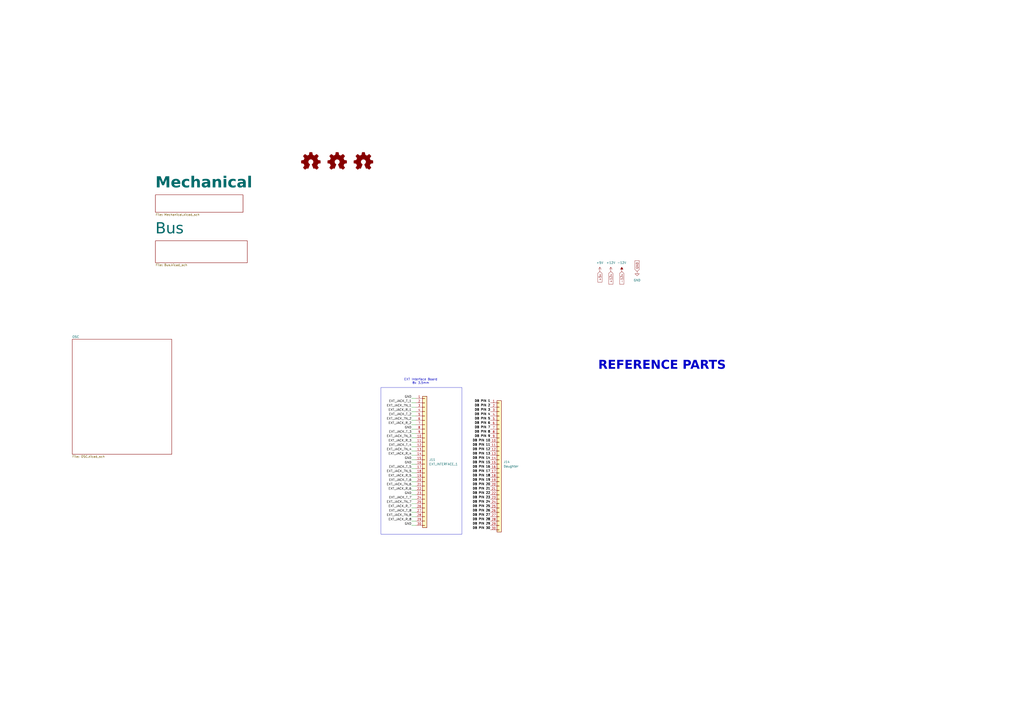
<source format=kicad_sch>
(kicad_sch (version 20231120) (generator "eeschema") (generator_version "8.0")
  (paper "A2")
  (title_block (title "Audio Thing Template") (date "2024-11-13") (rev "1.0") (company "velvia-fifty") (comment 1 "https://github.com/velvia-fifty/AudioThings") (comment 2 "You should have changed this already :)") (comment 4 "Stay humble"))
  (lib_symbols
    (symbol "Connector_Generic:Conn_01x30" (pin_names (offset 1.016) hide)
      (property "Reference" "J" (at 0 38.1 0))
      (property "Value" "Conn_01x30" (at 0 -40.64 0))
      (symbol "Conn_01x30_1_1"
        (rectangle (start -1.27 -37.973) (end 0 -38.227) (stroke (width 0.1524)))
        (rectangle (start -1.27 -35.433) (end 0 -35.687) (stroke (width 0.1524)))
        (rectangle (start -1.27 -32.893) (end 0 -33.147) (stroke (width 0.1524)))
        (rectangle (start -1.27 -30.353) (end 0 -30.607) (stroke (width 0.1524)))
        (rectangle (start -1.27 -27.813) (end 0 -28.067) (stroke (width 0.1524)))
        (rectangle (start -1.27 -25.273) (end 0 -25.527) (stroke (width 0.1524)))
        (rectangle (start -1.27 -22.733) (end 0 -22.987) (stroke (width 0.1524)))
        (rectangle (start -1.27 -20.193) (end 0 -20.447) (stroke (width 0.1524)))
        (rectangle (start -1.27 -17.653) (end 0 -17.907) (stroke (width 0.1524)))
        (rectangle (start -1.27 -15.113) (end 0 -15.367) (stroke (width 0.1524)))
        (rectangle (start -1.27 -12.573) (end 0 -12.827) (stroke (width 0.1524)))
        (rectangle (start -1.27 -10.033) (end 0 -10.287) (stroke (width 0.1524)))
        (rectangle (start -1.27 -7.493) (end 0 -7.747) (stroke (width 0.1524)))
        (rectangle (start -1.27 -4.953) (end 0 -5.207) (stroke (width 0.1524)))
        (rectangle (start -1.27 -2.413) (end 0 -2.667) (stroke (width 0.1524)))
        (rectangle (start -1.27 0.127) (end 0 -0.127) (stroke (width 0.1524)))
        (rectangle (start -1.27 2.667) (end 0 2.413) (stroke (width 0.1524)))
        (rectangle (start -1.27 5.207) (end 0 4.953) (stroke (width 0.1524)))
        (rectangle (start -1.27 7.747) (end 0 7.493) (stroke (width 0.1524)))
        (rectangle (start -1.27 10.287) (end 0 10.033) (stroke (width 0.1524)))
        (rectangle (start -1.27 12.827) (end 0 12.573) (stroke (width 0.1524)))
        (rectangle (start -1.27 15.367) (end 0 15.113) (stroke (width 0.1524)))
        (rectangle (start -1.27 17.907) (end 0 17.653) (stroke (width 0.1524)))
        (rectangle (start -1.27 20.447) (end 0 20.193) (stroke (width 0.1524)))
        (rectangle (start -1.27 22.987) (end 0 22.733) (stroke (width 0.1524)))
        (rectangle (start -1.27 25.527) (end 0 25.273) (stroke (width 0.1524)))
        (rectangle (start -1.27 28.067) (end 0 27.813) (stroke (width 0.1524)))
        (rectangle (start -1.27 30.607) (end 0 30.353) (stroke (width 0.1524)))
        (rectangle (start -1.27 33.147) (end 0 32.893) (stroke (width 0.1524)))
        (rectangle (start -1.27 35.687) (end 0 35.433) (stroke (width 0.1524)))
        (rectangle (start -1.27 36.83) (end 1.27 -39.37) (stroke (width 0.254)) (fill (type background)))
        (pin passive line (at -5.08 35.56 0) (length 3.81) (name "Pin_1") (number "1"))
        (pin passive line (at -5.08 12.7 0) (length 3.81) (name "Pin_10") (number "10"))
        (pin passive line (at -5.08 10.16 0) (length 3.81) (name "Pin_11") (number "11"))
        (pin passive line (at -5.08 7.62 0) (length 3.81) (name "Pin_12") (number "12"))
        (pin passive line (at -5.08 5.08 0) (length 3.81) (name "Pin_13") (number "13"))
        (pin passive line (at -5.08 2.54 0) (length 3.81) (name "Pin_14") (number "14"))
        (pin passive line (at -5.08 0 0) (length 3.81) (name "Pin_15") (number "15"))
        (pin passive line (at -5.08 -2.54 0) (length 3.81) (name "Pin_16") (number "16"))
        (pin passive line (at -5.08 -5.08 0) (length 3.81) (name "Pin_17") (number "17"))
        (pin passive line (at -5.08 -7.62 0) (length 3.81) (name "Pin_18") (number "18"))
        (pin passive line (at -5.08 -10.16 0) (length 3.81) (name "Pin_19") (number "19"))
        (pin passive line (at -5.08 33.02 0) (length 3.81) (name "Pin_2") (number "2"))
        (pin passive line (at -5.08 -12.7 0) (length 3.81) (name "Pin_20") (number "20"))
        (pin passive line (at -5.08 -15.24 0) (length 3.81) (name "Pin_21") (number "21"))
        (pin passive line (at -5.08 -17.78 0) (length 3.81) (name "Pin_22") (number "22"))
        (pin passive line (at -5.08 -20.32 0) (length 3.81) (name "Pin_23") (number "23"))
        (pin passive line (at -5.08 -22.86 0) (length 3.81) (name "Pin_24") (number "24"))
        (pin passive line (at -5.08 -25.4 0) (length 3.81) (name "Pin_25") (number "25"))
        (pin passive line (at -5.08 -27.94 0) (length 3.81) (name "Pin_26") (number "26"))
        (pin passive line (at -5.08 -30.48 0) (length 3.81) (name "Pin_27") (number "27"))
        (pin passive line (at -5.08 -33.02 0) (length 3.81) (name "Pin_28") (number "28"))
        (pin passive line (at -5.08 -35.56 0) (length 3.81) (name "Pin_29") (number "29"))
        (pin passive line (at -5.08 30.48 0) (length 3.81) (name "Pin_3") (number "3"))
        (pin passive line (at -5.08 -38.1 0) (length 3.81) (name "Pin_30") (number "30"))
        (pin passive line (at -5.08 27.94 0) (length 3.81) (name "Pin_4") (number "4"))
        (pin passive line (at -5.08 25.4 0) (length 3.81) (name "Pin_5") (number "5"))
        (pin passive line (at -5.08 22.86 0) (length 3.81) (name "Pin_6") (number "6"))
        (pin passive line (at -5.08 20.32 0) (length 3.81) (name "Pin_7") (number "7"))
        (pin passive line (at -5.08 17.78 0) (length 3.81) (name "Pin_8") (number "8"))
        (pin passive line (at -5.08 15.24 0) (length 3.81) (name "Pin_9") (number "9"))
      )
    )
    (symbol "Graphic:Logo_Open_Hardware_Small" (in_bom no) (on_board no)
      (symbol "Logo_Open_Hardware_Small_0_1"
        (polyline (pts (xy 3.3528 -4.3434) (xy 3.302 -4.318) (xy 3.175 -4.2418) (xy 2.9972 -4.1148) (xy 2.7686 -3.9624) (xy 2.54 -3.81) (xy 2.3622 -3.7084) (xy 2.2352 -3.6068) (xy 2.1844 -3.5814) (xy 2.159 -3.6068) (xy 2.0574 -3.6576) (xy 1.905 -3.7338) (xy 1.8034 -3.7846) (xy 1.6764 -3.8354) (xy 1.6002 -3.8354) (xy 1.6002 -3.8354) (xy 1.5494 -3.7338) (xy 1.4732 -3.5306) (xy 1.3462 -3.302) (xy 1.2446 -3.0226) (xy 1.1176 -2.7178) (xy 0.9652 -2.413) (xy 0.8636 -2.1082) (xy 0.7366 -1.8288) (xy 0.6604 -1.6256) (xy 0.6096 -1.4732) (xy 0.5842 -1.397) (xy 0.5842 -1.397) (xy 0.6604 -1.3208) (xy 0.7874 -1.2446) (xy 1.0414 -1.016) (xy 1.2954 -0.6858) (xy 1.4478 -0.3302) (xy 1.524 0.0762) (xy 1.4732 0.4572) (xy 1.3208 0.8128) (xy 1.0668 1.143) (xy 0.762 1.3716) (xy 0.4064 1.524) (xy 0 1.5748) (xy -0.381 1.5494) (xy -0.7366 1.397) (xy -1.0668 1.143) (xy -1.2192 0.9906) (xy -1.397 0.6604) (xy -1.524 0.3048) (xy -1.524 0.2286) (xy -1.4986 -0.1778) (xy -1.397 -0.5334) (xy -1.1938 -0.8636) (xy -0.9144 -1.143) (xy -0.8636 -1.1684) (xy -0.7366 -1.27) (xy -0.635 -1.3462) (xy -0.5842 -1.397) (xy -1.0668 -2.5908) (xy -1.143 -2.794) (xy -1.2954 -3.1242) (xy -1.397 -3.4036) (xy -1.4986 -3.6322) (xy -1.5748 -3.7846) (xy -1.6002 -3.8354) (xy -1.6002 -3.8354) (xy -1.651 -3.8354) (xy -1.7272 -3.81) (xy -1.905 -3.7338) (xy -2.0066 -3.683) (xy -2.1336 -3.6068) (xy -2.2098 -3.5814) (xy -2.2606 -3.6068) (xy -2.3622 -3.683) (xy -2.54 -3.81) (xy -2.7686 -3.9624) (xy -2.9718 -4.0894) (xy -3.1496 -4.2164) (xy -3.302 -4.318) (xy -3.3528 -4.3434) (xy -3.3782 -4.3434) (xy -3.429 -4.318) (xy -3.5306 -4.2164) (xy -3.7084 -4.064) (xy -3.937 -3.8354) (xy -3.9624 -3.81) (xy -4.1656 -3.6068) (xy -4.318 -3.4544) (xy -4.4196 -3.3274) (xy -4.445 -3.2766) (xy -4.445 -3.2766) (xy -4.4196 -3.2258) (xy -4.318 -3.0734) (xy -4.2164 -2.8956) (xy -4.064 -2.667) (xy -3.6576 -2.0828) (xy -3.8862 -1.5494) (xy -3.937 -1.3716) (xy -4.0386 -1.1684) (xy -4.0894 -1.0414) (xy -4.1148 -0.9652) (xy -4.191 -0.9398) (xy -4.318 -0.9144) (xy -4.5466 -0.8636) (xy -4.8006 -0.8128) (xy -5.0546 -0.7874) (xy -5.2578 -0.7366) (xy -5.4356 -0.7112) (xy -5.5118 -0.6858) (xy -5.5118 -0.6858) (xy -5.5372 -0.635) (xy -5.5372 -0.5588) (xy -5.5372 -0.4318) (xy -5.5626 -0.2286) (xy -5.5626 0.0762) (xy -5.5626 0.127) (xy -5.5372 0.4064) (xy -5.5372 0.635) (xy -5.5372 0.762) (xy -5.5372 0.8382) (xy -5.5372 0.8382) (xy -5.461 0.8382) (xy -5.3086 0.889) (xy -5.08 0.9144) (xy -4.826 0.9652) (xy -4.8006 0.9906) (xy -4.5466 1.0414) (xy -4.318 1.0668) (xy -4.1656 1.1176) (xy -4.0894 1.143) (xy -4.0894 1.143) (xy -4.0386 1.2446) (xy -3.9624 1.4224) (xy -3.8608 1.6256) (xy -3.7846 1.8288) (xy -3.7084 2.0066) (xy -3.6576 2.159) (xy -3.6322 2.2098) (xy -3.6322 2.2098) (xy -3.683 2.286) (xy -3.7592 2.413) (xy -3.8862 2.5908) (xy -4.064 2.8194) (xy -4.064 2.8448) (xy -4.2164 3.0734) (xy -4.3434 3.2512) (xy -4.4196 3.3782) (xy -4.445 3.4544) (xy -4.445 3.4544) (xy -4.3942 3.5052) (xy -4.2926 3.6322) (xy -4.1148 3.81) (xy -3.937 4.0132) (xy -3.8608 4.064) (xy -3.6576 4.2926) (xy -3.5052 4.4196) (xy -3.4036 4.4958) (xy -3.3528 4.5212) (xy -3.3528 4.5212) (xy -3.302 4.4704) (xy -3.1496 4.3688) (xy -2.9718 4.2418) (xy -2.7432 4.0894) (xy -2.7178 4.0894) (xy -2.4892 3.937) (xy -2.3114 3.81) (xy -2.1844 3.7084) (xy -2.1336 3.683) (xy -2.1082 3.683) (xy -2.032 3.7084) (xy -1.8542 3.7592) (xy -1.6764 3.8354) (xy -1.4732 3.937) (xy -1.27 4.0132) (xy -1.143 4.064) (xy -1.0668 4.1148) (xy -1.0668 4.1148) (xy -1.0414 4.191) (xy -1.016 4.3434) (xy -0.9652 4.572) (xy -0.9144 4.8514) (xy -0.889 4.9022) (xy -0.8382 5.1562) (xy -0.8128 5.3848) (xy -0.7874 5.5372) (xy -0.762 5.588) (xy -0.7112 5.6134) (xy -0.5842 5.6134) (xy -0.4064 5.6134) (xy -0.1524 5.6134) (xy 0.0762 5.6134) (xy 0.3302 5.6134) (xy 0.5334 5.6134) (xy 0.6858 5.588) (xy 0.7366 5.588) (xy 0.7366 5.588) (xy 0.762 5.5118) (xy 0.8128 5.334) (xy 0.8382 5.1054) (xy 0.9144 4.826) (xy 0.9144 4.7752) (xy 0.9652 4.5212) (xy 1.016 4.2926) (xy 1.0414 4.1402) (xy 1.0668 4.0894) (xy 1.0668 4.0894) (xy 1.1938 4.0386) (xy 1.3716 3.9624) (xy 1.5748 3.8608) (xy 2.0828 3.6576) (xy 2.7178 4.0894) (xy 2.7686 4.1402) (xy 2.9972 4.2926) (xy 3.175 4.4196) (xy 3.302 4.4958) (xy 3.3782 4.5212) (xy 3.3782 4.5212) (xy 3.429 4.4704) (xy 3.556 4.3434) (xy 3.7338 4.191) (xy 3.9116 3.9878) (xy 4.064 3.8354) (xy 4.2418 3.6576) (xy 4.3434 3.556) (xy 4.4196 3.4798) (xy 4.4196 3.429) (xy 4.4196 3.4036) (xy 4.3942 3.3274) (xy 4.2926 3.2004) (xy 4.1656 2.9972) (xy 4.0132 2.794) (xy 3.8862 2.5908) (xy 3.7592 2.3876) (xy 3.6576 2.2352) (xy 3.6322 2.159) (xy 3.6322 2.1336) (xy 3.683 2.0066) (xy 3.7592 1.8288) (xy 3.8608 1.6002) (xy 4.064 1.1176) (xy 4.3942 1.0414) (xy 4.5974 1.016) (xy 4.8768 0.9652) (xy 5.1308 0.9144) (xy 5.5372 0.8382) (xy 5.5626 -0.6604) (xy 5.4864 -0.6858) (xy 5.4356 -0.6858) (xy 5.2832 -0.7366) (xy 5.0546 -0.762) (xy 4.8006 -0.8128) (xy 4.5974 -0.8636) (xy 4.3688 -0.9144) (xy 4.2164 -0.9398) (xy 4.1402 -0.9398) (xy 4.1148 -0.9652) (xy 4.064 -1.0668) (xy 3.9878 -1.2446) (xy 3.9116 -1.4478) (xy 3.81 -1.651) (xy 3.7338 -1.8542) (xy 3.683 -2.0066) (xy 3.6576 -2.0828) (xy 3.683 -2.1336) (xy 3.7846 -2.2606) (xy 3.8862 -2.4638) (xy 4.0386 -2.667) (xy 4.191 -2.8956) (xy 4.318 -3.0734) (xy 4.3942 -3.2004) (xy 4.445 -3.2766) (xy 4.4196 -3.3274) (xy 4.3434 -3.429) (xy 4.1656 -3.5814) (xy 3.937 -3.8354) (xy 3.8862 -3.8608) (xy 3.683 -4.064) (xy 3.5306 -4.2164) (xy 3.4036 -4.318) (xy 3.3528 -4.3434)) (fill (type outline)))
      )
    )
    (symbol "power:+12V" (power) (pin_numbers hide) (pin_names (offset 0) hide)
      (property "Value" "+12V" (at 0 3.556 0))
      (symbol "+12V_0_1"
        (polyline (pts (xy -0.762 1.27) (xy 0 2.54)))
        (polyline (pts (xy 0 0) (xy 0 2.54)))
        (polyline (pts (xy 0 2.54) (xy 0.762 1.27)))
      )
      (symbol "+12V_1_1"
        (pin power_in line (at 0 0 90) (length 0) (name "~") (number "1"))
      )
    )
    (symbol "power:+5V" (power) (pin_numbers hide) (pin_names (offset 0) hide)
      (property "Value" "+5V" (at 0 3.556 0))
      (symbol "+5V_0_1"
        (polyline (pts (xy -0.762 1.27) (xy 0 2.54)))
        (polyline (pts (xy 0 0) (xy 0 2.54)))
        (polyline (pts (xy 0 2.54) (xy 0.762 1.27)))
      )
      (symbol "+5V_1_1"
        (pin power_in line (at 0 0 90) (length 0) (name "~") (number "1"))
      )
    )
    (symbol "power:-12V" (power) (pin_numbers hide) (pin_names (offset 0) hide)
      (property "Value" "-12V" (at 0 3.556 0))
      (symbol "-12V_0_0"
        (pin power_in line (at 0 0 90) (length 0) (name "~") (number "1"))
      )
      (symbol "-12V_0_1"
        (polyline (pts (xy 0 0) (xy 0 1.27) (xy 0.762 1.27) (xy 0 2.54) (xy -0.762 1.27) (xy 0 1.27)) (fill (type outline)))
      )
    )
    (symbol "power:GND" (power) (pin_numbers hide) (pin_names (offset 0) hide)
      (property "Value" "GND" (at 0 -3.81 0))
      (symbol "GND_0_1"
        (polyline (pts (xy 0 0) (xy 0 -1.27) (xy 1.27 -1.27) (xy 0 -2.54) (xy -1.27 -1.27) (xy 0 -1.27)))
      )
      (symbol "GND_1_1"
        (pin power_in line (at 0 0 270) (length 0) (name "~") (number "1"))
      )
    )
  )
  (wire (pts (xy 241.3 284.48) (xy 238.76 284.48)))
  (wire (pts (xy 241.3 261.62) (xy 238.76 261.62)))
  (wire (pts (xy 241.3 289.56) (xy 238.76 289.56)))
  (wire (pts (xy 241.3 271.78) (xy 238.76 271.78)))
  (wire (pts (xy 241.3 231.14) (xy 238.76 231.14)))
  (wire (pts (xy 241.3 233.68) (xy 238.76 233.68)))
  (wire (pts (xy 241.3 251.46) (xy 238.76 251.46)))
  (wire (pts (xy 241.3 266.7) (xy 238.76 266.7)))
  (wire (pts (xy 241.3 256.54) (xy 238.76 256.54)))
  (wire (pts (xy 241.3 238.76) (xy 238.76 238.76)))
  (wire (pts (xy 241.3 254) (xy 238.76 254)))
  (wire (pts (xy 241.3 259.08) (xy 238.76 259.08)))
  (wire (pts (xy 241.3 248.92) (xy 238.76 248.92)))
  (wire (pts (xy 241.3 241.3) (xy 238.76 241.3)))
  (wire (pts (xy 241.3 236.22) (xy 238.76 236.22)))
  (wire (pts (xy 241.3 264.16) (xy 238.76 264.16)))
  (wire (pts (xy 241.3 304.8) (xy 238.76 304.8)))
  (wire (pts (xy 241.3 281.94) (xy 238.76 281.94)))
  (wire (pts (xy 241.3 279.4) (xy 238.76 279.4)))
  (wire (pts (xy 241.3 274.32) (xy 238.76 274.32)))
  (wire (pts (xy 241.3 243.84) (xy 238.76 243.84)))
  (wire (pts (xy 241.3 297.18) (xy 238.76 297.18)))
  (wire (pts (xy 241.3 269.24) (xy 238.76 269.24)))
  (wire (pts (xy 241.3 299.72) (xy 238.76 299.72)))
  (wire (pts (xy 241.3 302.26) (xy 238.76 302.26)))
  (wire (pts (xy 241.3 294.64) (xy 238.76 294.64)))
  (wire (pts (xy 241.3 276.86) (xy 238.76 276.86)))
  (wire (pts (xy 241.3 246.38) (xy 238.76 246.38)))
  (wire (pts (xy 241.3 287.02) (xy 238.76 287.02)))
  (wire (pts (xy 241.3 292.1) (xy 238.76 292.1)))
  (rectangle (start 220.98 224.79) (end 267.97 309.88))
  (text "REFERENCE PARTS" (at 384.048 213.36 0) (effects (font (size 5.08 5.08) (thickness 1.016) (bold yes))))
  (text "EXT Interface Board\n8x 3.5mm" (at 244.094 221.234 0) (effects (font (size 1.27 1.27))))
  (label "EXT_JACK_TN_1" (at 238.76 236.22 180))
  (label "GND" (at 238.76 266.7 180))
  (label "EXT_JACK_T_4" (at 238.76 259.08 180))
  (label "GND" (at 238.76 231.14 180))
  (label "DB PIN 8" (at 284.48 251.46 180) (effects (font (thickness 0.254) (bold yes))))
  (label "DB PIN 28" (at 284.48 302.26 180) (effects (font (thickness 0.254) (bold yes))))
  (label "DB PIN 20" (at 284.48 281.94 180) (effects (font (thickness 0.254) (bold yes))))
  (label "DB PIN 11" (at 284.48 259.08 180) (effects (font (thickness 0.254) (bold yes))))
  (label "EXT_JACK_T_3" (at 238.76 251.46 180))
  (label "GND" (at 238.76 248.92 180))
  (label "EXT_JACK_TN_4" (at 238.76 261.62 180))
  (label "DB PIN 14" (at 284.48 266.7 180) (effects (font (thickness 0.254) (bold yes))))
  (label "DB PIN 24" (at 284.48 292.1 180) (effects (font (thickness 0.254) (bold yes))))
  (label "EXT_JACK_R_3" (at 238.76 256.54 180))
  (label "DB PIN 3" (at 284.48 238.76 180) (effects (font (thickness 0.254) (bold yes))))
  (label "DB PIN 13" (at 284.48 264.16 180) (effects (font (thickness 0.254) (bold yes))))
  (label "DB PIN 18" (at 284.48 276.86 180) (effects (font (thickness 0.254) (bold yes))))
  (label "EXT_JACK_R_2" (at 238.76 246.38 180))
  (label "EXT_JACK_R_8" (at 238.76 302.26 180))
  (label "EXT_JACK_T_2" (at 238.76 241.3 180))
  (label "GND" (at 238.76 287.02 180))
  (label "EXT_JACK_T_5" (at 238.76 271.78 180))
  (label "EXT_JACK_TN_7" (at 238.76 292.1 180))
  (label "DB PIN 10" (at 284.48 256.54 180) (effects (font (thickness 0.254) (bold yes))))
  (label "DB PIN 30" (at 284.48 307.34 180) (effects (font (thickness 0.254) (bold yes))))
  (label "EXT_JACK_TN_5" (at 238.76 274.32 180))
  (label "EXT_JACK_TN_2" (at 238.76 243.84 180))
  (label "EXT_JACK_TN_8" (at 238.76 299.72 180))
  (label "EXT_JACK_R_7" (at 238.76 294.64 180))
  (label "DB PIN 7" (at 284.48 248.92 180) (effects (font (thickness 0.254) (bold yes))))
  (label "DB PIN 9" (at 284.48 254 180) (effects (font (thickness 0.254) (bold yes))))
  (label "EXT_JACK_R_4" (at 238.76 264.16 180))
  (label "DB PIN 1" (at 284.48 233.68 180) (effects (font (thickness 0.254) (bold yes))))
  (label "DB PIN 2" (at 284.48 236.22 180) (effects (font (thickness 0.254) (bold yes))))
  (label "GND" (at 238.76 269.24 180))
  (label "GND" (at 238.76 304.8 180))
  (label "DB PIN 15" (at 284.48 269.24 180) (effects (font (thickness 0.254) (bold yes))))
  (label "DB PIN 19" (at 284.48 279.4 180) (effects (font (thickness 0.254) (bold yes))))
  (label "EXT_JACK_TN_6" (at 238.76 281.94 180))
  (label "DB PIN 21" (at 284.48 284.48 180) (effects (font (thickness 0.254) (bold yes))))
  (label "DB PIN 4" (at 284.48 241.3 180) (effects (font (thickness 0.254) (bold yes))))
  (label "DB PIN 25" (at 284.48 294.64 180) (effects (font (thickness 0.254) (bold yes))))
  (label "DB PIN 12" (at 284.48 261.62 180) (effects (font (thickness 0.254) (bold yes))))
  (label "DB PIN 29" (at 284.48 304.8 180) (effects (font (thickness 0.254) (bold yes))))
  (label "DB PIN 22" (at 284.48 287.02 180) (effects (font (thickness 0.254) (bold yes))))
  (label "EXT_JACK_R_1" (at 238.76 238.76 180))
  (label "EXT_JACK_R_6" (at 238.76 284.48 180))
  (label "EXT_JACK_T_6" (at 238.76 279.4 180))
  (label "DB PIN 6" (at 284.48 246.38 180) (effects (font (thickness 0.254) (bold yes))))
  (label "EXT_JACK_TN_3" (at 238.76 254 180))
  (label "DB PIN 16" (at 284.48 271.78 180) (effects (font (thickness 0.254) (bold yes))))
  (label "DB PIN 23" (at 284.48 289.56 180) (effects (font (thickness 0.254) (bold yes))))
  (label "EXT_JACK_T_8" (at 238.76 297.18 180))
  (label "EXT_JACK_T_1" (at 238.76 233.68 180))
  (label "EXT_JACK_R_5" (at 238.76 276.86 180))
  (label "DB PIN 5" (at 284.48 243.84 180) (effects (font (thickness 0.254) (bold yes))))
  (label "DB PIN 17" (at 284.48 274.32 180) (effects (font (thickness 0.254) (bold yes))))
  (label "DB PIN 27" (at 284.48 299.72 180) (effects (font (thickness 0.254) (bold yes))))
  (label "EXT_JACK_T_7" (at 238.76 289.56 180))
  (label "DB PIN 26" (at 284.48 297.18 180) (effects (font (thickness 0.254) (bold yes))))
  (global_label "GND" (shape input) (at 369.57 157.48 90) (property "Intersheetrefs" "${INTERSHEET_REFS}" (effects (hide yes))))
  (global_label "+5v" (shape input) (at 347.98 157.48 270) (property "Intersheetrefs" "${INTERSHEET_REFS}" (effects (hide yes))))
  (global_label "-12v" (shape input) (at 360.68 157.48 270) (property "Intersheetrefs" "${INTERSHEET_REFS}" (effects (hide yes))))
  (global_label "+12v" (shape input) (at 354.33 157.48 270) (property "Intersheetrefs" "${INTERSHEET_REFS}" (effects (hide yes))))
  (symbol (lib_id "power:-12V") (at 360.68 157.48 0) (unit 1)
    (property "Reference" "#PWR023" (effects (hide yes)))
    (property "Value" "-12V" (at 360.68 152.4 0))
    (property "Description" "Power symbol creates a global label with name \"-12V\"" (effects (hide yes)))
  )
  (symbol (lib_id "Graphic:Logo_Open_Hardware_Small") (at 210.82 93.98 0) (unit 1) (exclude_from_sim yes) (in_bom no) (on_board no)
    (property "Reference" "#SYM3" (effects (hide yes)))
    (property "Value" "CC" (effects (hide yes)))
    (property "Footprint" "Symbol:Symbol_CreativeCommons_SilkScreenTop_Type2_Big" (effects (hide yes)))
    (property "Description" "CC" (effects (hide yes)))
  )
  (symbol (lib_id "power:+5V") (at 347.98 157.48 0) (unit 1)
    (property "Reference" "#PWR021" (effects (hide yes)))
    (property "Value" "+5V" (at 347.98 152.4 0))
    (property "Description" "Power symbol creates a global label with name \"+5V\"" (effects (hide yes)))
  )
  (symbol (lib_id "Connector_Generic:Conn_01x30") (at 289.56 269.24 0) (unit 1)
    (property "Reference" "J14" (at 292.1 267.9699 0) (effects (justify left)))
    (property "Value" "Daughter" (at 292.1 270.5099 0) (effects (justify left)))
    (property "Footprint" "AT-Footprints:AMPHENOL_SFV30R-4STE1HLF - FFC - 30 RA" (effects (hide yes)))
    (property "Description" "Generic connector, single row, 01x30, script generated (kicad-library-utils/schlib/autogen/connector/)" (effects (hide yes)))
  )
  (symbol (lib_id "power:GND") (at 369.57 157.48 0) (unit 1)
    (property "Reference" "#PWR024" (effects (hide yes)))
    (property "Value" "GND" (at 369.57 162.56 0))
    (property "Description" "Power symbol creates a global label with name \"GND\" , ground" (effects (hide yes)))
  )
  (symbol (lib_id "power:+12V") (at 354.33 157.48 0) (unit 1)
    (property "Reference" "#PWR022" (effects (hide yes)))
    (property "Value" "+12V" (at 354.33 152.4 0))
    (property "Description" "Power symbol creates a global label with name \"+12V\"" (effects (hide yes)))
  )
  (symbol (lib_id "Graphic:Logo_Open_Hardware_Small") (at 195.58 93.98 0) (unit 1) (exclude_from_sim yes) (in_bom no) (on_board no)
    (property "Reference" "#SYM2" (effects (hide yes)))
    (property "Value" "Logo Kicad" (effects (hide yes)))
    (property "Footprint" "Symbol:KiCad-Logo2_5mm_SilkScreen" (effects (hide yes)))
    (property "Description" "Logo Kicadx" (effects (hide yes)))
  )
  (symbol (lib_id "Graphic:Logo_Open_Hardware_Small") (at 180.34 93.98 0) (unit 1) (exclude_from_sim yes) (in_bom no)
    (property "Reference" "#SYM1" (effects (hide yes)))
    (property "Value" "Logo_Open_Hardware_Small" (effects (hide yes)))
    (property "Footprint" "Symbol:OSHW-Logo2_7.3x6mm_SilkScreen" (effects (hide yes)))
    (property "Description" "Open Hardware logo, small" (effects (hide yes)))
  )
  (symbol (lib_id "Connector_Generic:Conn_01x30") (at 246.38 266.7 0) (unit 1)
    (property "Reference" "J11" (at 248.92 266.6999 0) (effects (justify left)))
    (property "Value" "EXT_INTERFACE_1" (at 248.92 269.2399 0) (effects (justify left)))
    (property "Footprint" "AT-Footprints:AMPHENOL_SFV30R-4STE1HLF - FFC - 30 RA" (effects (hide yes)))
    (property "Description" "Generic connector, single row, 01x30, script generated (kicad-library-utils/schlib/autogen/connector/)" (effects (hide yes)))
  )
  (sheet (at 41.91 196.85) (size 57.785 66.675) (stroke (width 0.1524))
    (property "Sheetname" "OSC" (at 41.91 196.1384 0) (effects (justify left bottom)))
    (property "Sheetfile" "OSC.kicad_sch" (at 41.91 264.1096 0) (effects (justify left top)))
  )
  (sheet (at 90.17 113.03) (size 50.8 10.16) (stroke (width 0.1524))
    (property "Sheetname" "Mechanical" (at 90.17 109.7784 0) (effects (font (size 6.35 6.35) (thickness 1.27) (bold yes)) (justify left bottom)))
    (property "Sheetfile" "Mechanical.kicad_sch" (at 90.17 123.7746 0) (effects (justify left top)))
  )
  (sheet (at 90.17 139.7) (size 53.34 12.7) (stroke (width 0.1524))
    (property "Sheetname" "Bus" (at 90.17 136.4484 0) (effects (font (size 6.35 6.35)) (justify left bottom)))
    (property "Sheetfile" "Bus.kicad_sch" (at 90.17 152.9846 0) (effects (justify left top)))
  )
)
</source>
